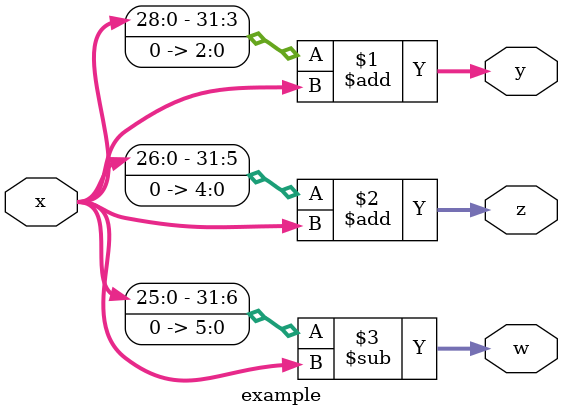
<source format=v>
module example(
    input [31:0] x,
    output [31:0] y,
    output [31:0] z,
    output [31:0] w
);

assign y = {x[28:0], 3'b000} + x;
assign z = {x[26:0], 5'b00000} + x;
assign w = {x[25:0], 6'b000000} - x;

endmodule
</source>
